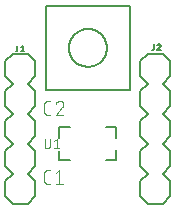
<source format=gbr>
G04 EAGLE Gerber RS-274X export*
G75*
%MOMM*%
%FSLAX34Y34*%
%LPD*%
%INSilkscreen Top*%
%IPPOS*%
%AMOC8*
5,1,8,0,0,1.08239X$1,22.5*%
G01*
%ADD10C,0.152400*%
%ADD11C,0.101600*%
%ADD12C,0.203200*%
%ADD13C,0.127000*%
%ADD14C,0.076200*%


D10*
X53340Y63500D02*
X53340Y72390D01*
X62230Y72390D01*
X53340Y52070D02*
X53340Y44450D01*
X62230Y44450D01*
X92710Y44450D02*
X101600Y44450D01*
X101600Y53340D01*
X101600Y72390D02*
X92710Y72390D01*
X101600Y72390D02*
X101600Y63500D01*
D11*
X45786Y24638D02*
X43189Y24638D01*
X43090Y24640D01*
X42990Y24646D01*
X42891Y24655D01*
X42793Y24668D01*
X42695Y24685D01*
X42597Y24706D01*
X42501Y24731D01*
X42406Y24759D01*
X42312Y24791D01*
X42219Y24826D01*
X42127Y24865D01*
X42037Y24908D01*
X41949Y24953D01*
X41862Y25003D01*
X41778Y25055D01*
X41695Y25111D01*
X41615Y25169D01*
X41537Y25231D01*
X41462Y25296D01*
X41389Y25364D01*
X41319Y25434D01*
X41251Y25507D01*
X41186Y25582D01*
X41124Y25660D01*
X41066Y25740D01*
X41010Y25823D01*
X40958Y25907D01*
X40908Y25994D01*
X40863Y26082D01*
X40820Y26172D01*
X40781Y26264D01*
X40746Y26357D01*
X40714Y26451D01*
X40686Y26546D01*
X40661Y26642D01*
X40640Y26740D01*
X40623Y26838D01*
X40610Y26936D01*
X40601Y27035D01*
X40595Y27135D01*
X40593Y27234D01*
X40593Y33726D01*
X40595Y33825D01*
X40601Y33925D01*
X40610Y34024D01*
X40623Y34122D01*
X40640Y34220D01*
X40661Y34318D01*
X40686Y34414D01*
X40714Y34509D01*
X40746Y34603D01*
X40781Y34696D01*
X40820Y34788D01*
X40863Y34878D01*
X40908Y34966D01*
X40958Y35053D01*
X41010Y35137D01*
X41066Y35220D01*
X41124Y35300D01*
X41186Y35378D01*
X41251Y35453D01*
X41319Y35526D01*
X41389Y35596D01*
X41462Y35664D01*
X41537Y35729D01*
X41615Y35791D01*
X41695Y35849D01*
X41778Y35905D01*
X41862Y35957D01*
X41949Y36007D01*
X42037Y36052D01*
X42127Y36095D01*
X42219Y36134D01*
X42311Y36169D01*
X42406Y36201D01*
X42501Y36229D01*
X42597Y36254D01*
X42695Y36275D01*
X42793Y36292D01*
X42891Y36305D01*
X42990Y36314D01*
X43090Y36320D01*
X43189Y36322D01*
X45786Y36322D01*
X50151Y33726D02*
X53396Y36322D01*
X53396Y24638D01*
X50151Y24638D02*
X56642Y24638D01*
X45786Y83058D02*
X43189Y83058D01*
X43090Y83060D01*
X42990Y83066D01*
X42891Y83075D01*
X42793Y83088D01*
X42695Y83105D01*
X42597Y83126D01*
X42501Y83151D01*
X42406Y83179D01*
X42312Y83211D01*
X42219Y83246D01*
X42127Y83285D01*
X42037Y83328D01*
X41949Y83373D01*
X41862Y83423D01*
X41778Y83475D01*
X41695Y83531D01*
X41615Y83589D01*
X41537Y83651D01*
X41462Y83716D01*
X41389Y83784D01*
X41319Y83854D01*
X41251Y83927D01*
X41186Y84002D01*
X41124Y84080D01*
X41066Y84160D01*
X41010Y84243D01*
X40958Y84327D01*
X40908Y84414D01*
X40863Y84502D01*
X40820Y84592D01*
X40781Y84684D01*
X40746Y84777D01*
X40714Y84871D01*
X40686Y84966D01*
X40661Y85062D01*
X40640Y85160D01*
X40623Y85258D01*
X40610Y85356D01*
X40601Y85455D01*
X40595Y85555D01*
X40593Y85654D01*
X40593Y92146D01*
X40595Y92245D01*
X40601Y92345D01*
X40610Y92444D01*
X40623Y92542D01*
X40640Y92640D01*
X40661Y92738D01*
X40686Y92834D01*
X40714Y92929D01*
X40746Y93023D01*
X40781Y93116D01*
X40820Y93208D01*
X40863Y93298D01*
X40908Y93386D01*
X40958Y93473D01*
X41010Y93557D01*
X41066Y93640D01*
X41124Y93720D01*
X41186Y93798D01*
X41251Y93873D01*
X41319Y93946D01*
X41389Y94016D01*
X41462Y94084D01*
X41537Y94149D01*
X41615Y94211D01*
X41695Y94269D01*
X41778Y94325D01*
X41862Y94377D01*
X41949Y94427D01*
X42037Y94472D01*
X42127Y94515D01*
X42219Y94554D01*
X42311Y94589D01*
X42406Y94621D01*
X42501Y94649D01*
X42597Y94674D01*
X42695Y94695D01*
X42793Y94712D01*
X42891Y94725D01*
X42990Y94734D01*
X43090Y94740D01*
X43189Y94742D01*
X45786Y94742D01*
X53721Y94742D02*
X53828Y94740D01*
X53934Y94734D01*
X54040Y94724D01*
X54146Y94711D01*
X54252Y94693D01*
X54356Y94672D01*
X54460Y94647D01*
X54563Y94618D01*
X54664Y94586D01*
X54764Y94549D01*
X54863Y94509D01*
X54961Y94466D01*
X55057Y94419D01*
X55151Y94368D01*
X55243Y94314D01*
X55333Y94257D01*
X55421Y94197D01*
X55506Y94133D01*
X55589Y94066D01*
X55670Y93996D01*
X55748Y93924D01*
X55824Y93848D01*
X55896Y93770D01*
X55966Y93689D01*
X56033Y93606D01*
X56097Y93521D01*
X56157Y93433D01*
X56214Y93343D01*
X56268Y93251D01*
X56319Y93157D01*
X56366Y93061D01*
X56409Y92963D01*
X56449Y92864D01*
X56486Y92764D01*
X56518Y92663D01*
X56547Y92560D01*
X56572Y92456D01*
X56593Y92352D01*
X56611Y92246D01*
X56624Y92140D01*
X56634Y92034D01*
X56640Y91928D01*
X56642Y91821D01*
X53721Y94742D02*
X53600Y94740D01*
X53479Y94734D01*
X53359Y94724D01*
X53238Y94711D01*
X53119Y94693D01*
X52999Y94672D01*
X52881Y94647D01*
X52764Y94618D01*
X52647Y94585D01*
X52532Y94549D01*
X52418Y94508D01*
X52305Y94465D01*
X52193Y94417D01*
X52084Y94366D01*
X51976Y94311D01*
X51869Y94253D01*
X51765Y94192D01*
X51663Y94127D01*
X51563Y94059D01*
X51465Y93988D01*
X51369Y93914D01*
X51276Y93837D01*
X51186Y93756D01*
X51098Y93673D01*
X51013Y93587D01*
X50930Y93498D01*
X50851Y93407D01*
X50774Y93313D01*
X50701Y93217D01*
X50631Y93119D01*
X50564Y93018D01*
X50500Y92915D01*
X50440Y92810D01*
X50383Y92703D01*
X50329Y92595D01*
X50279Y92485D01*
X50233Y92373D01*
X50190Y92260D01*
X50151Y92145D01*
X55669Y89549D02*
X55748Y89626D01*
X55824Y89707D01*
X55897Y89790D01*
X55967Y89875D01*
X56034Y89963D01*
X56098Y90053D01*
X56158Y90145D01*
X56215Y90240D01*
X56269Y90336D01*
X56320Y90434D01*
X56367Y90534D01*
X56411Y90636D01*
X56451Y90739D01*
X56487Y90843D01*
X56519Y90949D01*
X56548Y91055D01*
X56573Y91163D01*
X56595Y91271D01*
X56612Y91381D01*
X56626Y91490D01*
X56635Y91600D01*
X56641Y91711D01*
X56643Y91821D01*
X55668Y89549D02*
X50151Y83058D01*
X56642Y83058D01*
D12*
X7620Y90170D02*
X7620Y102870D01*
X13970Y109220D01*
X26670Y109220D02*
X33020Y102870D01*
X13970Y109220D02*
X7620Y115570D01*
X7620Y128270D01*
X13970Y134620D01*
X26670Y134620D02*
X33020Y128270D01*
X33020Y115570D01*
X26670Y109220D01*
X7620Y64770D02*
X13970Y58420D01*
X7620Y64770D02*
X7620Y77470D01*
X13970Y83820D01*
X26670Y83820D02*
X33020Y77470D01*
X33020Y64770D01*
X26670Y58420D01*
X13970Y83820D02*
X7620Y90170D01*
X26670Y83820D02*
X33020Y90170D01*
X33020Y102870D01*
X7620Y26670D02*
X7620Y13970D01*
X7620Y26670D02*
X13970Y33020D01*
X26670Y33020D02*
X33020Y26670D01*
X13970Y33020D02*
X7620Y39370D01*
X7620Y52070D01*
X13970Y58420D01*
X26670Y58420D02*
X33020Y52070D01*
X33020Y39370D01*
X26670Y33020D01*
X26670Y7620D02*
X13970Y7620D01*
X7620Y13970D01*
X26670Y7620D02*
X33020Y13970D01*
X33020Y26670D01*
X26670Y134620D02*
X13970Y134620D01*
D13*
X17866Y137851D02*
X17866Y141605D01*
X17866Y137851D02*
X17864Y137786D01*
X17858Y137722D01*
X17848Y137658D01*
X17835Y137594D01*
X17817Y137532D01*
X17796Y137471D01*
X17772Y137411D01*
X17743Y137353D01*
X17711Y137296D01*
X17676Y137242D01*
X17638Y137190D01*
X17596Y137140D01*
X17552Y137093D01*
X17505Y137049D01*
X17455Y137007D01*
X17403Y136969D01*
X17349Y136934D01*
X17292Y136902D01*
X17234Y136873D01*
X17174Y136849D01*
X17113Y136828D01*
X17051Y136810D01*
X16987Y136797D01*
X16923Y136787D01*
X16859Y136781D01*
X16794Y136779D01*
X16257Y136779D01*
X20814Y140533D02*
X22154Y141605D01*
X22154Y136779D01*
X20814Y136779D02*
X23495Y136779D01*
D14*
X40888Y62289D02*
X40888Y56700D01*
X40889Y56700D02*
X40891Y56609D01*
X40897Y56518D01*
X40906Y56427D01*
X40920Y56337D01*
X40937Y56247D01*
X40958Y56158D01*
X40983Y56071D01*
X41012Y55984D01*
X41044Y55899D01*
X41080Y55815D01*
X41119Y55733D01*
X41162Y55652D01*
X41208Y55573D01*
X41258Y55497D01*
X41310Y55422D01*
X41366Y55350D01*
X41425Y55280D01*
X41487Y55213D01*
X41551Y55149D01*
X41618Y55087D01*
X41688Y55028D01*
X41760Y54972D01*
X41835Y54920D01*
X41911Y54870D01*
X41990Y54824D01*
X42071Y54781D01*
X42153Y54742D01*
X42237Y54706D01*
X42322Y54674D01*
X42409Y54645D01*
X42496Y54620D01*
X42585Y54599D01*
X42675Y54582D01*
X42765Y54568D01*
X42856Y54559D01*
X42947Y54553D01*
X43038Y54551D01*
X43129Y54553D01*
X43220Y54559D01*
X43311Y54568D01*
X43401Y54582D01*
X43491Y54599D01*
X43580Y54620D01*
X43667Y54645D01*
X43754Y54674D01*
X43839Y54706D01*
X43923Y54742D01*
X44005Y54781D01*
X44086Y54824D01*
X44165Y54870D01*
X44241Y54920D01*
X44316Y54972D01*
X44388Y55028D01*
X44458Y55087D01*
X44525Y55149D01*
X44589Y55213D01*
X44651Y55280D01*
X44710Y55350D01*
X44766Y55422D01*
X44818Y55497D01*
X44868Y55573D01*
X44914Y55652D01*
X44957Y55733D01*
X44996Y55815D01*
X45032Y55899D01*
X45064Y55984D01*
X45093Y56071D01*
X45118Y56158D01*
X45139Y56247D01*
X45156Y56337D01*
X45170Y56427D01*
X45179Y56518D01*
X45185Y56609D01*
X45187Y56700D01*
X45187Y62289D01*
X48793Y60569D02*
X50943Y62289D01*
X50943Y54551D01*
X53092Y54551D02*
X48793Y54551D01*
D12*
X121920Y90170D02*
X121920Y102870D01*
X128270Y109220D01*
X140970Y109220D02*
X147320Y102870D01*
X128270Y109220D02*
X121920Y115570D01*
X121920Y128270D01*
X128270Y134620D01*
X140970Y134620D02*
X147320Y128270D01*
X147320Y115570D01*
X140970Y109220D01*
X121920Y64770D02*
X128270Y58420D01*
X121920Y64770D02*
X121920Y77470D01*
X128270Y83820D01*
X140970Y83820D02*
X147320Y77470D01*
X147320Y64770D01*
X140970Y58420D01*
X128270Y83820D02*
X121920Y90170D01*
X140970Y83820D02*
X147320Y90170D01*
X147320Y102870D01*
X121920Y26670D02*
X121920Y13970D01*
X121920Y26670D02*
X128270Y33020D01*
X140970Y33020D02*
X147320Y26670D01*
X128270Y33020D02*
X121920Y39370D01*
X121920Y52070D01*
X128270Y58420D01*
X140970Y58420D02*
X147320Y52070D01*
X147320Y39370D01*
X140970Y33020D01*
X140970Y7620D02*
X128270Y7620D01*
X121920Y13970D01*
X140970Y7620D02*
X147320Y13970D01*
X147320Y26670D01*
X140970Y134620D02*
X128270Y134620D01*
D13*
X133436Y139121D02*
X133436Y142875D01*
X133436Y139121D02*
X133434Y139056D01*
X133428Y138992D01*
X133418Y138928D01*
X133405Y138864D01*
X133387Y138802D01*
X133366Y138741D01*
X133342Y138681D01*
X133313Y138623D01*
X133281Y138566D01*
X133246Y138512D01*
X133208Y138460D01*
X133166Y138410D01*
X133122Y138363D01*
X133075Y138319D01*
X133025Y138277D01*
X132973Y138239D01*
X132919Y138204D01*
X132862Y138172D01*
X132804Y138143D01*
X132744Y138119D01*
X132683Y138098D01*
X132621Y138080D01*
X132557Y138067D01*
X132493Y138057D01*
X132429Y138051D01*
X132364Y138049D01*
X131827Y138049D01*
X137859Y142875D02*
X137927Y142873D01*
X137994Y142867D01*
X138061Y142858D01*
X138128Y142845D01*
X138193Y142828D01*
X138258Y142807D01*
X138321Y142783D01*
X138383Y142755D01*
X138443Y142724D01*
X138501Y142690D01*
X138557Y142652D01*
X138612Y142612D01*
X138663Y142568D01*
X138712Y142521D01*
X138759Y142472D01*
X138803Y142421D01*
X138843Y142366D01*
X138881Y142310D01*
X138915Y142252D01*
X138946Y142192D01*
X138974Y142130D01*
X138998Y142067D01*
X139019Y142002D01*
X139036Y141937D01*
X139049Y141870D01*
X139058Y141803D01*
X139064Y141736D01*
X139066Y141668D01*
X137859Y142875D02*
X137781Y142873D01*
X137703Y142867D01*
X137626Y142857D01*
X137549Y142844D01*
X137473Y142826D01*
X137398Y142805D01*
X137324Y142780D01*
X137252Y142751D01*
X137181Y142719D01*
X137112Y142683D01*
X137044Y142644D01*
X136979Y142601D01*
X136916Y142555D01*
X136855Y142506D01*
X136797Y142454D01*
X136742Y142399D01*
X136689Y142342D01*
X136640Y142282D01*
X136593Y142219D01*
X136550Y142155D01*
X136510Y142088D01*
X136473Y142019D01*
X136440Y141948D01*
X136410Y141876D01*
X136384Y141803D01*
X138663Y140730D02*
X138712Y140779D01*
X138759Y140831D01*
X138802Y140886D01*
X138843Y140943D01*
X138881Y141002D01*
X138915Y141063D01*
X138946Y141126D01*
X138974Y141190D01*
X138998Y141256D01*
X139018Y141322D01*
X139035Y141390D01*
X139048Y141459D01*
X139057Y141528D01*
X139063Y141598D01*
X139065Y141668D01*
X138663Y140730D02*
X136384Y138049D01*
X139065Y138049D01*
D10*
X113030Y175260D02*
X41910Y175260D01*
X113030Y175260D02*
X113030Y104140D01*
X41910Y104140D01*
X41910Y175260D01*
D12*
X61470Y139700D02*
X61475Y140093D01*
X61489Y140485D01*
X61513Y140877D01*
X61547Y141268D01*
X61590Y141659D01*
X61643Y142048D01*
X61706Y142435D01*
X61777Y142821D01*
X61859Y143206D01*
X61949Y143588D01*
X62050Y143967D01*
X62159Y144345D01*
X62278Y144719D01*
X62405Y145090D01*
X62542Y145458D01*
X62688Y145823D01*
X62843Y146184D01*
X63006Y146541D01*
X63178Y146894D01*
X63359Y147242D01*
X63549Y147586D01*
X63746Y147926D01*
X63952Y148260D01*
X64166Y148589D01*
X64389Y148913D01*
X64619Y149231D01*
X64856Y149544D01*
X65102Y149850D01*
X65355Y150151D01*
X65615Y150445D01*
X65882Y150733D01*
X66156Y151014D01*
X66437Y151288D01*
X66725Y151555D01*
X67019Y151815D01*
X67320Y152068D01*
X67626Y152314D01*
X67939Y152551D01*
X68257Y152781D01*
X68581Y153004D01*
X68910Y153218D01*
X69244Y153424D01*
X69584Y153621D01*
X69928Y153811D01*
X70276Y153992D01*
X70629Y154164D01*
X70986Y154327D01*
X71347Y154482D01*
X71712Y154628D01*
X72080Y154765D01*
X72451Y154892D01*
X72825Y155011D01*
X73203Y155120D01*
X73582Y155221D01*
X73964Y155311D01*
X74349Y155393D01*
X74735Y155464D01*
X75122Y155527D01*
X75511Y155580D01*
X75902Y155623D01*
X76293Y155657D01*
X76685Y155681D01*
X77077Y155695D01*
X77470Y155700D01*
X77863Y155695D01*
X78255Y155681D01*
X78647Y155657D01*
X79038Y155623D01*
X79429Y155580D01*
X79818Y155527D01*
X80205Y155464D01*
X80591Y155393D01*
X80976Y155311D01*
X81358Y155221D01*
X81737Y155120D01*
X82115Y155011D01*
X82489Y154892D01*
X82860Y154765D01*
X83228Y154628D01*
X83593Y154482D01*
X83954Y154327D01*
X84311Y154164D01*
X84664Y153992D01*
X85012Y153811D01*
X85356Y153621D01*
X85696Y153424D01*
X86030Y153218D01*
X86359Y153004D01*
X86683Y152781D01*
X87001Y152551D01*
X87314Y152314D01*
X87620Y152068D01*
X87921Y151815D01*
X88215Y151555D01*
X88503Y151288D01*
X88784Y151014D01*
X89058Y150733D01*
X89325Y150445D01*
X89585Y150151D01*
X89838Y149850D01*
X90084Y149544D01*
X90321Y149231D01*
X90551Y148913D01*
X90774Y148589D01*
X90988Y148260D01*
X91194Y147926D01*
X91391Y147586D01*
X91581Y147242D01*
X91762Y146894D01*
X91934Y146541D01*
X92097Y146184D01*
X92252Y145823D01*
X92398Y145458D01*
X92535Y145090D01*
X92662Y144719D01*
X92781Y144345D01*
X92890Y143967D01*
X92991Y143588D01*
X93081Y143206D01*
X93163Y142821D01*
X93234Y142435D01*
X93297Y142048D01*
X93350Y141659D01*
X93393Y141268D01*
X93427Y140877D01*
X93451Y140485D01*
X93465Y140093D01*
X93470Y139700D01*
X93465Y139307D01*
X93451Y138915D01*
X93427Y138523D01*
X93393Y138132D01*
X93350Y137741D01*
X93297Y137352D01*
X93234Y136965D01*
X93163Y136579D01*
X93081Y136194D01*
X92991Y135812D01*
X92890Y135433D01*
X92781Y135055D01*
X92662Y134681D01*
X92535Y134310D01*
X92398Y133942D01*
X92252Y133577D01*
X92097Y133216D01*
X91934Y132859D01*
X91762Y132506D01*
X91581Y132158D01*
X91391Y131814D01*
X91194Y131474D01*
X90988Y131140D01*
X90774Y130811D01*
X90551Y130487D01*
X90321Y130169D01*
X90084Y129856D01*
X89838Y129550D01*
X89585Y129249D01*
X89325Y128955D01*
X89058Y128667D01*
X88784Y128386D01*
X88503Y128112D01*
X88215Y127845D01*
X87921Y127585D01*
X87620Y127332D01*
X87314Y127086D01*
X87001Y126849D01*
X86683Y126619D01*
X86359Y126396D01*
X86030Y126182D01*
X85696Y125976D01*
X85356Y125779D01*
X85012Y125589D01*
X84664Y125408D01*
X84311Y125236D01*
X83954Y125073D01*
X83593Y124918D01*
X83228Y124772D01*
X82860Y124635D01*
X82489Y124508D01*
X82115Y124389D01*
X81737Y124280D01*
X81358Y124179D01*
X80976Y124089D01*
X80591Y124007D01*
X80205Y123936D01*
X79818Y123873D01*
X79429Y123820D01*
X79038Y123777D01*
X78647Y123743D01*
X78255Y123719D01*
X77863Y123705D01*
X77470Y123700D01*
X77077Y123705D01*
X76685Y123719D01*
X76293Y123743D01*
X75902Y123777D01*
X75511Y123820D01*
X75122Y123873D01*
X74735Y123936D01*
X74349Y124007D01*
X73964Y124089D01*
X73582Y124179D01*
X73203Y124280D01*
X72825Y124389D01*
X72451Y124508D01*
X72080Y124635D01*
X71712Y124772D01*
X71347Y124918D01*
X70986Y125073D01*
X70629Y125236D01*
X70276Y125408D01*
X69928Y125589D01*
X69584Y125779D01*
X69244Y125976D01*
X68910Y126182D01*
X68581Y126396D01*
X68257Y126619D01*
X67939Y126849D01*
X67626Y127086D01*
X67320Y127332D01*
X67019Y127585D01*
X66725Y127845D01*
X66437Y128112D01*
X66156Y128386D01*
X65882Y128667D01*
X65615Y128955D01*
X65355Y129249D01*
X65102Y129550D01*
X64856Y129856D01*
X64619Y130169D01*
X64389Y130487D01*
X64166Y130811D01*
X63952Y131140D01*
X63746Y131474D01*
X63549Y131814D01*
X63359Y132158D01*
X63178Y132506D01*
X63006Y132859D01*
X62843Y133216D01*
X62688Y133577D01*
X62542Y133942D01*
X62405Y134310D01*
X62278Y134681D01*
X62159Y135055D01*
X62050Y135433D01*
X61949Y135812D01*
X61859Y136194D01*
X61777Y136579D01*
X61706Y136965D01*
X61643Y137352D01*
X61590Y137741D01*
X61547Y138132D01*
X61513Y138523D01*
X61489Y138915D01*
X61475Y139307D01*
X61470Y139700D01*
M02*

</source>
